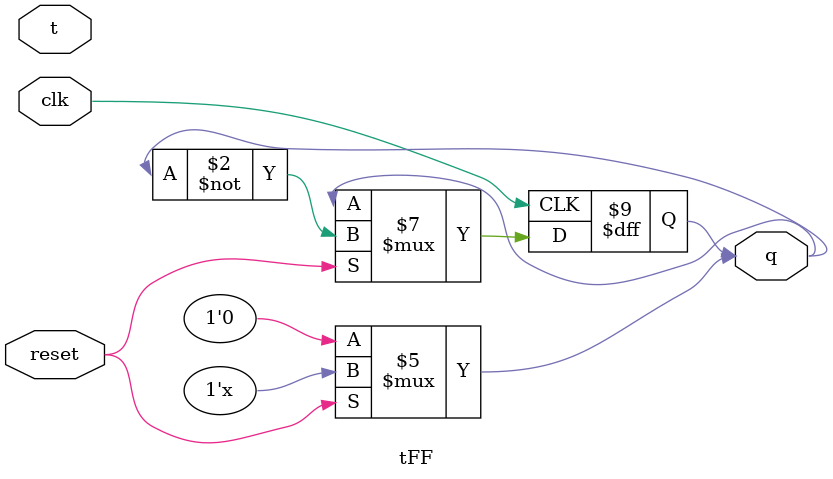
<source format=v>
module tFF(t,clk,reset,q);
    input t,clk,reset;
    output reg q;
    always @(negedge clk)
        if (reset)
            q <= ~q;

    always @(reset)
        if (!reset)
            q <= 0;

endmodule
</source>
